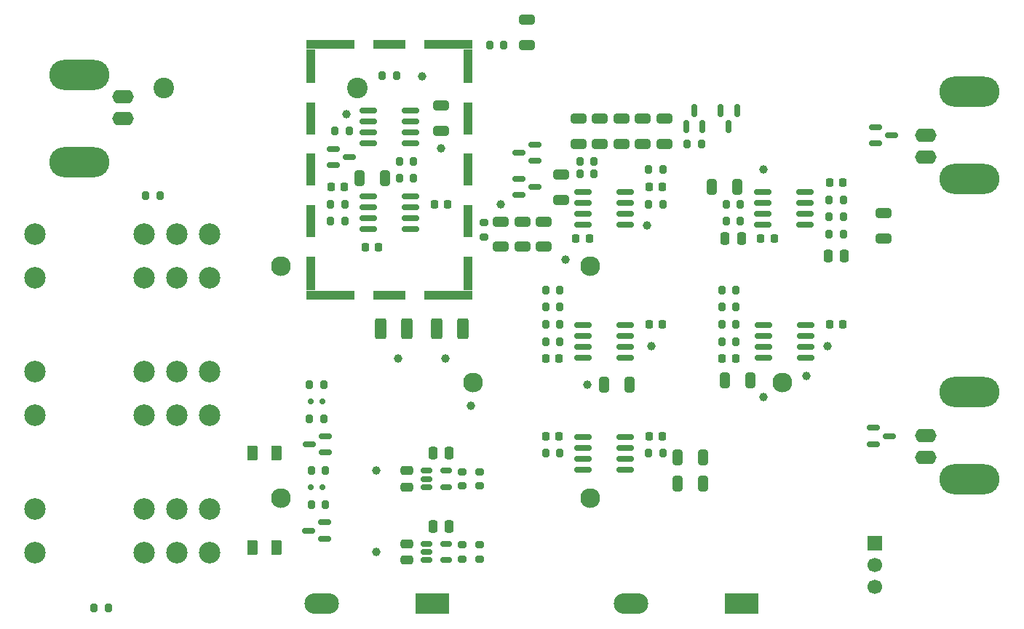
<source format=gts>
%TF.GenerationSoftware,KiCad,Pcbnew,9.0.3*%
%TF.CreationDate,2025-08-29T14:27:29-04:00*%
%TF.ProjectId,Simple_LFLNA_RevA,53696d70-6c65-45f4-9c46-4c4e415f5265,rev?*%
%TF.SameCoordinates,Original*%
%TF.FileFunction,Soldermask,Top*%
%TF.FilePolarity,Negative*%
%FSLAX46Y46*%
G04 Gerber Fmt 4.6, Leading zero omitted, Abs format (unit mm)*
G04 Created by KiCad (PCBNEW 9.0.3) date 2025-08-29 14:27:29*
%MOMM*%
%LPD*%
G01*
G04 APERTURE LIST*
G04 Aperture macros list*
%AMRoundRect*
0 Rectangle with rounded corners*
0 $1 Rounding radius*
0 $2 $3 $4 $5 $6 $7 $8 $9 X,Y pos of 4 corners*
0 Add a 4 corners polygon primitive as box body*
4,1,4,$2,$3,$4,$5,$6,$7,$8,$9,$2,$3,0*
0 Add four circle primitives for the rounded corners*
1,1,$1+$1,$2,$3*
1,1,$1+$1,$4,$5*
1,1,$1+$1,$6,$7*
1,1,$1+$1,$8,$9*
0 Add four rect primitives between the rounded corners*
20,1,$1+$1,$2,$3,$4,$5,0*
20,1,$1+$1,$4,$5,$6,$7,0*
20,1,$1+$1,$6,$7,$8,$9,0*
20,1,$1+$1,$8,$9,$2,$3,0*%
G04 Aperture macros list end*
%ADD10C,1.000000*%
%ADD11O,7.000000X3.500000*%
%ADD12O,2.500000X1.600000*%
%ADD13C,2.500000*%
%ADD14RoundRect,0.225000X0.225000X0.250000X-0.225000X0.250000X-0.225000X-0.250000X0.225000X-0.250000X0*%
%ADD15C,2.300000*%
%ADD16R,4.020000X2.410000*%
%ADD17O,4.020000X2.410000*%
%ADD18RoundRect,0.150000X-0.825000X-0.150000X0.825000X-0.150000X0.825000X0.150000X-0.825000X0.150000X0*%
%ADD19R,1.000000X1.000000*%
%ADD20R,4.550000X1.000000*%
%ADD21R,3.800000X1.000000*%
%ADD22R,1.000000X3.980000*%
%ADD23R,1.000000X3.800000*%
%ADD24RoundRect,0.150000X-0.512500X-0.150000X0.512500X-0.150000X0.512500X0.150000X-0.512500X0.150000X0*%
%ADD25RoundRect,0.200000X0.200000X0.275000X-0.200000X0.275000X-0.200000X-0.275000X0.200000X-0.275000X0*%
%ADD26RoundRect,0.200000X-0.200000X-0.275000X0.200000X-0.275000X0.200000X0.275000X-0.200000X0.275000X0*%
%ADD27RoundRect,0.200000X0.275000X-0.200000X0.275000X0.200000X-0.275000X0.200000X-0.275000X-0.200000X0*%
%ADD28RoundRect,0.200000X-0.275000X0.200000X-0.275000X-0.200000X0.275000X-0.200000X0.275000X0.200000X0*%
%ADD29RoundRect,0.150000X0.587500X0.150000X-0.587500X0.150000X-0.587500X-0.150000X0.587500X-0.150000X0*%
%ADD30RoundRect,0.150000X0.150000X-0.587500X0.150000X0.587500X-0.150000X0.587500X-0.150000X-0.587500X0*%
%ADD31R,1.700000X1.700000*%
%ADD32C,1.700000*%
%ADD33RoundRect,0.250000X-0.375000X-0.625000X0.375000X-0.625000X0.375000X0.625000X-0.375000X0.625000X0*%
%ADD34RoundRect,0.150000X-0.587500X-0.150000X0.587500X-0.150000X0.587500X0.150000X-0.587500X0.150000X0*%
%ADD35RoundRect,0.150000X-0.150000X-0.200000X0.150000X-0.200000X0.150000X0.200000X-0.150000X0.200000X0*%
%ADD36RoundRect,0.150000X0.150000X0.200000X-0.150000X0.200000X-0.150000X-0.200000X0.150000X-0.200000X0*%
%ADD37RoundRect,0.150000X-0.150000X0.587500X-0.150000X-0.587500X0.150000X-0.587500X0.150000X0.587500X0*%
%ADD38RoundRect,0.250000X0.325000X0.650000X-0.325000X0.650000X-0.325000X-0.650000X0.325000X-0.650000X0*%
%ADD39RoundRect,0.250000X-0.475000X0.250000X-0.475000X-0.250000X0.475000X-0.250000X0.475000X0.250000X0*%
%ADD40RoundRect,0.250000X-0.420000X-0.945000X0.420000X-0.945000X0.420000X0.945000X-0.420000X0.945000X0*%
%ADD41RoundRect,0.250000X-0.250000X-0.475000X0.250000X-0.475000X0.250000X0.475000X-0.250000X0.475000X0*%
%ADD42RoundRect,0.250000X0.650000X-0.325000X0.650000X0.325000X-0.650000X0.325000X-0.650000X-0.325000X0*%
%ADD43RoundRect,0.250000X0.475000X-0.250000X0.475000X0.250000X-0.475000X0.250000X-0.475000X-0.250000X0*%
%ADD44RoundRect,0.250000X-0.325000X-0.650000X0.325000X-0.650000X0.325000X0.650000X-0.325000X0.650000X0*%
%ADD45RoundRect,0.225000X-0.225000X-0.250000X0.225000X-0.250000X0.225000X0.250000X-0.225000X0.250000X0*%
%ADD46RoundRect,0.250000X-0.650000X0.325000X-0.650000X-0.325000X0.650000X-0.325000X0.650000X0.325000X0*%
%ADD47RoundRect,0.250000X0.250000X0.475000X-0.250000X0.475000X-0.250000X-0.475000X0.250000X-0.475000X0*%
%ADD48C,2.400000*%
G04 APERTURE END LIST*
D10*
%TO.C,TP17*%
X73836206Y-139179869D03*
%TD*%
%TO.C,TP16*%
X73836206Y-129679869D03*
%TD*%
%TO.C,TP15*%
X76336206Y-116679869D03*
%TD*%
%TO.C,TP14*%
X81836206Y-116679869D03*
%TD*%
%TO.C,TP7*%
X79136206Y-83779869D03*
%TD*%
D11*
%TO.C,J2*%
X39306206Y-93759869D03*
D12*
X44386206Y-86139869D03*
D11*
X39306206Y-83599869D03*
D12*
X44386206Y-88679869D03*
%TD*%
D13*
%TO.C,SW3*%
X46836206Y-123219869D03*
X50646206Y-123219869D03*
X54456206Y-123219869D03*
X46836206Y-118139869D03*
X50646206Y-118139869D03*
X54456206Y-118139869D03*
X34136206Y-123219869D03*
X34136206Y-118139869D03*
%TD*%
%TO.C,SW2*%
X46836206Y-139219869D03*
X50646206Y-139219869D03*
X54456206Y-139219869D03*
X46836206Y-134139869D03*
X50646206Y-134139869D03*
X54456206Y-134139869D03*
X34136206Y-139219869D03*
X34136206Y-134139869D03*
%TD*%
%TO.C,SW1*%
X46836206Y-107219869D03*
X50646206Y-107219869D03*
X54456206Y-107219869D03*
X46836206Y-102139869D03*
X50646206Y-102139869D03*
X54456206Y-102139869D03*
X34136206Y-107219869D03*
X34136206Y-102139869D03*
%TD*%
D12*
%TO.C,J5*%
X137756206Y-90679869D03*
D11*
X142836206Y-95759869D03*
D12*
X137756206Y-93219869D03*
D11*
X142836206Y-85599869D03*
%TD*%
D12*
%TO.C,J1*%
X137756206Y-125599869D03*
D11*
X142836206Y-130679869D03*
D12*
X137756206Y-128139869D03*
D11*
X142836206Y-120519869D03*
%TD*%
D14*
%TO.C,C40*%
X115611206Y-116679869D03*
X114061206Y-116679869D03*
%TD*%
%TO.C,C39*%
X128111206Y-112679869D03*
X126561206Y-112679869D03*
%TD*%
%TO.C,C38*%
X95111206Y-116679869D03*
X93561206Y-116679869D03*
%TD*%
%TO.C,C37*%
X107111206Y-112679869D03*
X105561206Y-112679869D03*
%TD*%
%TO.C,C18*%
X95111206Y-125679869D03*
X93561206Y-125679869D03*
%TD*%
%TO.C,C15*%
X107111206Y-125679869D03*
X105561206Y-125679869D03*
%TD*%
D15*
%TO.C,BT2*%
X98701206Y-132909869D03*
X121051206Y-119419869D03*
X98701206Y-105939869D03*
D16*
X116321206Y-145199869D03*
D17*
X103441206Y-145199869D03*
%TD*%
D15*
%TO.C,BT1*%
X62701206Y-132909869D03*
X85051206Y-119419869D03*
X62701206Y-105939869D03*
D16*
X80321206Y-145199869D03*
D17*
X67441206Y-145199869D03*
%TD*%
D18*
%TO.C,U3*%
X118761206Y-97274869D03*
X118761206Y-98544869D03*
X118761206Y-99814869D03*
X118761206Y-101084869D03*
X123711206Y-101084869D03*
X123711206Y-99814869D03*
X123711206Y-98544869D03*
X123711206Y-97274869D03*
%TD*%
%TO.C,U2*%
X97861206Y-97274869D03*
X97861206Y-98544869D03*
X97861206Y-99814869D03*
X97861206Y-101084869D03*
X102811206Y-101084869D03*
X102811206Y-99814869D03*
X102811206Y-98544869D03*
X102811206Y-97274869D03*
%TD*%
D19*
%TO.C,J3*%
X66186206Y-109259869D03*
D20*
X68961206Y-109259869D03*
D21*
X75336206Y-109259869D03*
D20*
X81711206Y-109259869D03*
D19*
X84486206Y-109259869D03*
D22*
X66186206Y-106769869D03*
X84486206Y-106769869D03*
D23*
X66186206Y-100679869D03*
X84486206Y-100679869D03*
X66186206Y-94679869D03*
X84486206Y-94679869D03*
X66186206Y-88679869D03*
X84486206Y-88679869D03*
D22*
X66186206Y-82589869D03*
X84486206Y-82589869D03*
D19*
X66186206Y-80099869D03*
D20*
X68961206Y-80099869D03*
D21*
X75336206Y-80099869D03*
D20*
X81711206Y-80099869D03*
D19*
X84486206Y-80099869D03*
%TD*%
D18*
%TO.C,U8*%
X97861206Y-112774869D03*
X97861206Y-114044869D03*
X97861206Y-115314869D03*
X97861206Y-116584869D03*
X102811206Y-116584869D03*
X102811206Y-115314869D03*
X102811206Y-114044869D03*
X102811206Y-112774869D03*
%TD*%
%TO.C,U7*%
X97861206Y-125774869D03*
X97861206Y-127044869D03*
X97861206Y-128314869D03*
X97861206Y-129584869D03*
X102811206Y-129584869D03*
X102811206Y-128314869D03*
X102811206Y-127044869D03*
X102811206Y-125774869D03*
%TD*%
D24*
%TO.C,U6*%
X79698706Y-138229869D03*
X79698706Y-139179869D03*
X79698706Y-140129869D03*
X81973706Y-140129869D03*
X81973706Y-138229869D03*
%TD*%
%TO.C,U5*%
X79698706Y-129729869D03*
X79698706Y-130679869D03*
X79698706Y-131629869D03*
X81973706Y-131629869D03*
X81973706Y-129729869D03*
%TD*%
D18*
%TO.C,U4*%
X118861206Y-112774869D03*
X118861206Y-114044869D03*
X118861206Y-115314869D03*
X118861206Y-116584869D03*
X123811206Y-116584869D03*
X123811206Y-115314869D03*
X123811206Y-114044869D03*
X123811206Y-112774869D03*
%TD*%
%TO.C,U1*%
X72861206Y-97774869D03*
X72861206Y-99044869D03*
X72861206Y-100314869D03*
X72861206Y-101584869D03*
X77811206Y-101584869D03*
X77811206Y-100314869D03*
X77811206Y-99044869D03*
X77811206Y-97774869D03*
%TD*%
D10*
%TO.C,TP13*%
X105836206Y-115179869D03*
%TD*%
%TO.C,TP12*%
X98336206Y-119679869D03*
%TD*%
%TO.C,TP11*%
X126336206Y-115179869D03*
%TD*%
%TO.C,TP10*%
X118836206Y-121179869D03*
%TD*%
%TO.C,TP9*%
X123836206Y-118679869D03*
%TD*%
%TO.C,TP8*%
X84836206Y-122179869D03*
%TD*%
%TO.C,TP6*%
X81336206Y-92179869D03*
%TD*%
%TO.C,TP5*%
X88336206Y-98679869D03*
%TD*%
%TO.C,TP4*%
X70336206Y-88179869D03*
%TD*%
%TO.C,TP3*%
X105336206Y-101179869D03*
%TD*%
%TO.C,TP2*%
X95836206Y-105179869D03*
%TD*%
%TO.C,TP1*%
X118836206Y-94679869D03*
%TD*%
D25*
%TO.C,R38*%
X107161206Y-98679869D03*
X105511206Y-98679869D03*
%TD*%
%TO.C,R37*%
X67723706Y-123679869D03*
X66073706Y-123679869D03*
%TD*%
D26*
%TO.C,R36*%
X66073706Y-119679869D03*
X67723706Y-119679869D03*
%TD*%
%TO.C,R35*%
X66248706Y-133679869D03*
X67898706Y-133679869D03*
%TD*%
D25*
%TO.C,R34*%
X67898706Y-129679869D03*
X66248706Y-129679869D03*
%TD*%
D26*
%TO.C,R33*%
X93511206Y-114679869D03*
X95161206Y-114679869D03*
%TD*%
D25*
%TO.C,R32*%
X95161206Y-112679869D03*
X93511206Y-112679869D03*
%TD*%
D27*
%TO.C,R31*%
X85836206Y-140004869D03*
X85836206Y-138354869D03*
%TD*%
D26*
%TO.C,R30*%
X93511206Y-110679869D03*
X95161206Y-110679869D03*
%TD*%
D25*
%TO.C,R29*%
X42661206Y-145679869D03*
X41011206Y-145679869D03*
%TD*%
D27*
%TO.C,R28*%
X83836206Y-140004869D03*
X83836206Y-138354869D03*
%TD*%
D25*
%TO.C,R27*%
X107161206Y-127679869D03*
X105511206Y-127679869D03*
%TD*%
D26*
%TO.C,R26*%
X114011206Y-114679869D03*
X115661206Y-114679869D03*
%TD*%
%TO.C,R25*%
X87011206Y-80179869D03*
X88661206Y-80179869D03*
%TD*%
D27*
%TO.C,R24*%
X85836206Y-131504869D03*
X85836206Y-129854869D03*
%TD*%
D25*
%TO.C,R23*%
X115661206Y-112679869D03*
X114011206Y-112679869D03*
%TD*%
D27*
%TO.C,R22*%
X83836206Y-131504869D03*
X83836206Y-129854869D03*
%TD*%
D26*
%TO.C,R21*%
X93511206Y-127679869D03*
X95161206Y-127679869D03*
%TD*%
%TO.C,R20*%
X114011206Y-110679869D03*
X115661206Y-110679869D03*
%TD*%
D25*
%TO.C,R19*%
X99161206Y-93679869D03*
X97511206Y-93679869D03*
%TD*%
D26*
%TO.C,R18*%
X110011206Y-91679869D03*
X111661206Y-91679869D03*
%TD*%
%TO.C,R17*%
X74511206Y-83679869D03*
X76161206Y-83679869D03*
%TD*%
D25*
%TO.C,R16*%
X99161206Y-95179869D03*
X97511206Y-95179869D03*
%TD*%
%TO.C,R15*%
X70661206Y-90179869D03*
X69011206Y-90179869D03*
%TD*%
D26*
%TO.C,R14*%
X76511206Y-93679869D03*
X78161206Y-93679869D03*
%TD*%
%TO.C,R13*%
X47011206Y-97679869D03*
X48661206Y-97679869D03*
%TD*%
D28*
%TO.C,R12*%
X86336206Y-100854869D03*
X86336206Y-102504869D03*
%TD*%
D25*
%TO.C,R11*%
X116161206Y-100679869D03*
X114511206Y-100679869D03*
%TD*%
%TO.C,R10*%
X116161206Y-98679869D03*
X114511206Y-98679869D03*
%TD*%
D26*
%TO.C,R9*%
X126511206Y-102179869D03*
X128161206Y-102179869D03*
%TD*%
D25*
%TO.C,R8*%
X128161206Y-100179869D03*
X126511206Y-100179869D03*
%TD*%
%TO.C,R7*%
X128161206Y-98179869D03*
X126511206Y-98179869D03*
%TD*%
D26*
%TO.C,R6*%
X105511206Y-94679869D03*
X107161206Y-94679869D03*
%TD*%
D25*
%TO.C,R5*%
X78161206Y-95679869D03*
X76511206Y-95679869D03*
%TD*%
D26*
%TO.C,R4*%
X68511206Y-100679869D03*
X70161206Y-100679869D03*
%TD*%
%TO.C,R3*%
X68511206Y-98679869D03*
X70161206Y-98679869D03*
%TD*%
%TO.C,R2*%
X114011206Y-108679869D03*
X115661206Y-108679869D03*
%TD*%
%TO.C,R1*%
X93511206Y-108679869D03*
X95161206Y-108679869D03*
%TD*%
D29*
%TO.C,Q5*%
X67898706Y-127579869D03*
X67898706Y-125679869D03*
X66023706Y-126629869D03*
%TD*%
%TO.C,Q4*%
X67836206Y-137629869D03*
X67836206Y-135729869D03*
X65961206Y-136679869D03*
%TD*%
D30*
%TO.C,Q3*%
X109886206Y-89617369D03*
X111786206Y-89617369D03*
X110836206Y-87742369D03*
%TD*%
D29*
%TO.C,Q2*%
X92273706Y-93629869D03*
X92273706Y-91729869D03*
X90398706Y-92679869D03*
%TD*%
D18*
%TO.C,Q1*%
X72861206Y-87774869D03*
X72861206Y-89044869D03*
X72861206Y-90314869D03*
X72861206Y-91584869D03*
X77811206Y-91584869D03*
X77811206Y-90314869D03*
X77811206Y-89044869D03*
X77811206Y-87774869D03*
%TD*%
D31*
%TO.C,J4*%
X131836206Y-138139869D03*
D32*
X131836206Y-140679869D03*
X131836206Y-143219869D03*
%TD*%
D33*
%TO.C,F2*%
X59436206Y-138679869D03*
X62236206Y-138679869D03*
%TD*%
%TO.C,F1*%
X59436206Y-127679869D03*
X62236206Y-127679869D03*
%TD*%
D34*
%TO.C,D8*%
X131898706Y-89729869D03*
X131898706Y-91629869D03*
X133773706Y-90679869D03*
%TD*%
D35*
%TO.C,D7*%
X67598706Y-121679869D03*
X66198706Y-121679869D03*
%TD*%
D36*
%TO.C,D6*%
X66198706Y-131679869D03*
X67598706Y-131679869D03*
%TD*%
D34*
%TO.C,D5*%
X131648706Y-124729869D03*
X131648706Y-126629869D03*
X133523706Y-125679869D03*
%TD*%
%TO.C,D3*%
X68836206Y-92229869D03*
X68836206Y-94129869D03*
X70711206Y-93179869D03*
%TD*%
D37*
%TO.C,D2*%
X115786206Y-87804869D03*
X113886206Y-87804869D03*
X114836206Y-89679869D03*
%TD*%
D34*
%TO.C,D1*%
X90398706Y-95729869D03*
X90398706Y-97629869D03*
X92273706Y-96679869D03*
%TD*%
D38*
%TO.C,C36*%
X103311206Y-119679869D03*
X100361206Y-119679869D03*
%TD*%
%TO.C,C35*%
X111811206Y-128179869D03*
X108861206Y-128179869D03*
%TD*%
%TO.C,C34*%
X111811206Y-131179869D03*
X108861206Y-131179869D03*
%TD*%
D39*
%TO.C,C33*%
X77336206Y-138229869D03*
X77336206Y-140129869D03*
%TD*%
D40*
%TO.C,C32*%
X74296206Y-113179869D03*
X77376206Y-113179869D03*
%TD*%
D41*
%TO.C,C31*%
X80386206Y-136179869D03*
X82286206Y-136179869D03*
%TD*%
D42*
%TO.C,C30*%
X91336206Y-80154869D03*
X91336206Y-77204869D03*
%TD*%
D43*
%TO.C,C29*%
X77336206Y-131629869D03*
X77336206Y-129729869D03*
%TD*%
D40*
%TO.C,C28*%
X80836206Y-113179869D03*
X83916206Y-113179869D03*
%TD*%
D41*
%TO.C,C27*%
X80386206Y-127679869D03*
X82286206Y-127679869D03*
%TD*%
D44*
%TO.C,C26*%
X114361206Y-119179869D03*
X117311206Y-119179869D03*
%TD*%
D45*
%TO.C,C25*%
X118561206Y-102679869D03*
X120111206Y-102679869D03*
%TD*%
%TO.C,C24*%
X97061206Y-102679869D03*
X98611206Y-102679869D03*
%TD*%
%TO.C,C23*%
X72561206Y-103679869D03*
X74111206Y-103679869D03*
%TD*%
D14*
%TO.C,C22*%
X128111206Y-96179869D03*
X126561206Y-96179869D03*
%TD*%
%TO.C,C21*%
X107111206Y-96679869D03*
X105561206Y-96679869D03*
%TD*%
%TO.C,C20*%
X82111206Y-98679869D03*
X80561206Y-98679869D03*
%TD*%
D46*
%TO.C,C19*%
X95336206Y-95204869D03*
X95336206Y-98154869D03*
%TD*%
D41*
%TO.C,C17*%
X116286206Y-102679869D03*
X114386206Y-102679869D03*
%TD*%
D47*
%TO.C,C16*%
X128286206Y-104679869D03*
X126386206Y-104679869D03*
%TD*%
D42*
%TO.C,C14*%
X107336206Y-91654869D03*
X107336206Y-88704869D03*
%TD*%
D46*
%TO.C,C12*%
X88336206Y-100704869D03*
X88336206Y-103654869D03*
%TD*%
D42*
%TO.C,C11*%
X104836206Y-91654869D03*
X104836206Y-88704869D03*
%TD*%
D46*
%TO.C,C10*%
X90836206Y-100704869D03*
X90836206Y-103654869D03*
%TD*%
D42*
%TO.C,C9*%
X81336206Y-90154869D03*
X81336206Y-87204869D03*
%TD*%
%TO.C,C8*%
X102336206Y-91654869D03*
X102336206Y-88704869D03*
%TD*%
D46*
%TO.C,C7*%
X93336206Y-100704869D03*
X93336206Y-103654869D03*
%TD*%
D38*
%TO.C,C6*%
X112861206Y-96679869D03*
X115811206Y-96679869D03*
%TD*%
D46*
%TO.C,C5*%
X132836206Y-99704869D03*
X132836206Y-102654869D03*
%TD*%
D42*
%TO.C,C4*%
X99836206Y-91654869D03*
X99836206Y-88704869D03*
%TD*%
%TO.C,C3*%
X97336206Y-91679869D03*
X97336206Y-88729869D03*
%TD*%
D14*
%TO.C,C2*%
X70111206Y-96679869D03*
X68561206Y-96679869D03*
%TD*%
D38*
%TO.C,C1*%
X74811206Y-95679869D03*
X71861206Y-95679869D03*
%TD*%
D48*
%TO.C,C13*%
X49136206Y-85179869D03*
X71636206Y-85179869D03*
%TD*%
M02*

</source>
